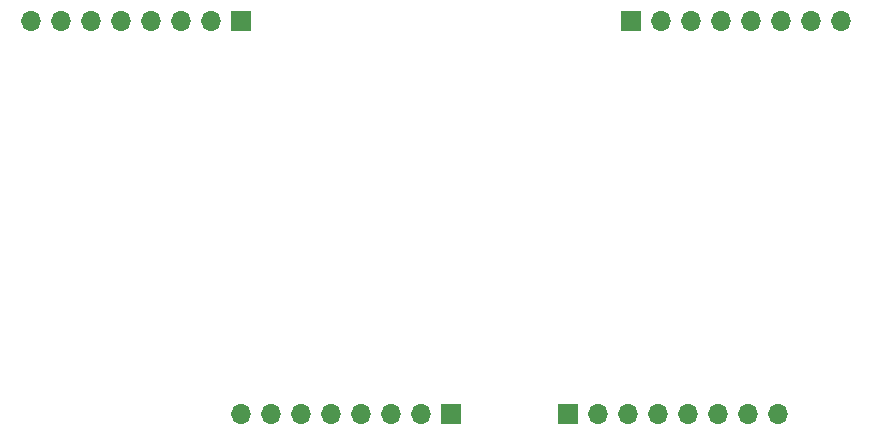
<source format=gbr>
%TF.GenerationSoftware,KiCad,Pcbnew,(5.1.10-1-10_14)*%
%TF.CreationDate,2021-10-20T01:40:30-04:00*%
%TF.ProjectId,ALU-RHS-bitwise,414c552d-5248-4532-9d62-697477697365,rev?*%
%TF.SameCoordinates,Original*%
%TF.FileFunction,Soldermask,Bot*%
%TF.FilePolarity,Negative*%
%FSLAX46Y46*%
G04 Gerber Fmt 4.6, Leading zero omitted, Abs format (unit mm)*
G04 Created by KiCad (PCBNEW (5.1.10-1-10_14)) date 2021-10-20 01:40:30*
%MOMM*%
%LPD*%
G01*
G04 APERTURE LIST*
%ADD10R,1.700000X1.700000*%
%ADD11O,1.700000X1.700000*%
G04 APERTURE END LIST*
D10*
%TO.C,J4*%
X189230000Y-106426000D03*
D11*
X186690000Y-106426000D03*
X184150000Y-106426000D03*
X181610000Y-106426000D03*
X179070000Y-106426000D03*
X176530000Y-106426000D03*
X173990000Y-106426000D03*
X171450000Y-106426000D03*
%TD*%
%TO.C,J3*%
X216916000Y-106426000D03*
X214376000Y-106426000D03*
X211836000Y-106426000D03*
X209296000Y-106426000D03*
X206756000Y-106426000D03*
X204216000Y-106426000D03*
X201676000Y-106426000D03*
D10*
X199136000Y-106426000D03*
%TD*%
D11*
%TO.C,J2*%
X222250000Y-73152000D03*
X219710000Y-73152000D03*
X217170000Y-73152000D03*
X214630000Y-73152000D03*
X212090000Y-73152000D03*
X209550000Y-73152000D03*
X207010000Y-73152000D03*
D10*
X204470000Y-73152000D03*
%TD*%
D11*
%TO.C,J1*%
X153670000Y-73152000D03*
X156210000Y-73152000D03*
X158750000Y-73152000D03*
X161290000Y-73152000D03*
X163830000Y-73152000D03*
X166370000Y-73152000D03*
X168910000Y-73152000D03*
D10*
X171450000Y-73152000D03*
%TD*%
M02*

</source>
